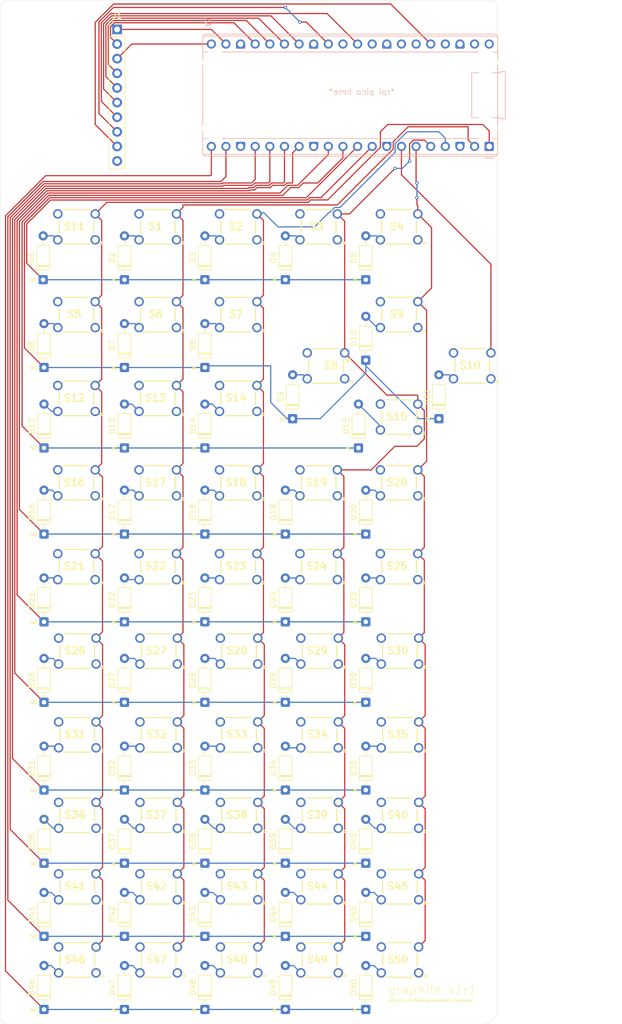
<source format=kicad_pcb>
(kicad_pcb (version 20241229) (generator "pcbnew") (generator_version "9.0")
  (layers (0 "F.Cu" signal) (2 "B.Cu" signal) (13 "F.Paste" user) (15 "B.Paste" user) (5 "F.SilkS" user "F.Silkscreen") (7 "B.SilkS" user "B.Silkscreen") (1 "F.Mask" user) (3 "B.Mask" user) (25 "Edge.Cuts" user))
  (net 0 "")
  (net 1 "SCK")
  (net 2 "ROW0")
  (net 3 "GND")
  (net 6 "+3V3")
  (net 7 "ROW3")
  (net 8 "RST")
  (net 10 "BL")
  (net 11 "ROW7")
  (net 12 "ROW5")
  (net 13 "COL3")
  (net 14 "COL0")
  (net 15 "SDCS")
  (net 16 "MOSI")
  (net 17 "ROW9")
  (net 18 "COL2")
  (net 19 "COL4")
  (net 21 "ROW6")
  (net 22 "ROW4")
  (net 23 "COL1")
  (net 24 "ROW1")
  (net 25 "ROW8")
  (net 26 "MISO")
  (net 27 "D{slash}C")
  (net 28 "ROW2")
  (net 31 "CS")
  (net 32 "COL5")
  (net 33 "+5V")
  (net 34 "Net-(D1-A)")
  (net 35 "Net-(D2-A)")
  (net 36 "Net-(D3-A)")
  (net 37 "Net-(D4-A)")
  (net 38 "Net-(D5-A)")
  (net 39 "Net-(D6-A)")
  (net 40 "Net-(D7-A)")
  (net 41 "Net-(D8-A)")
  (net 42 "Net-(D9-A)")
  (net 43 "Net-(D10-A)")
  (net 44 "Net-(D11-A)")
  (net 45 "Net-(D12-A)")
  (net 46 "Net-(D13-A)")
  (net 47 "Net-(D14-A)")
  (net 48 "Net-(D15-A)")
  (net 49 "Net-(D16-A)")
  (net 50 "Net-(D17-A)")
  (net 51 "Net-(D18-A)")
  (net 52 "Net-(D19-A)")
  (net 53 "Net-(D20-A)")
  (net 54 "Net-(D21-A)")
  (net 55 "Net-(D22-A)")
  (net 56 "Net-(D23-A)")
  (net 57 "Net-(D24-A)")
  (net 58 "Net-(D25-A)")
  (net 59 "Net-(D26-A)")
  (net 60 "Net-(D27-A)")
  (net 61 "Net-(D28-A)")
  (net 62 "Net-(D29-A)")
  (net 63 "Net-(D30-A)")
  (net 64 "Net-(D31-A)")
  (net 65 "Net-(D32-A)")
  (net 66 "Net-(D33-A)")
  (net 67 "Net-(D34-A)")
  (net 68 "Net-(D35-A)")
  (net 69 "Net-(D36-A)")
  (net 70 "Net-(D37-A)")
  (net 71 "Net-(D38-A)")
  (net 72 "Net-(D39-A)")
  (net 73 "Net-(D40-A)")
  (net 74 "Net-(D41-A)")
  (net 75 "Net-(D42-A)")
  (net 76 "Net-(D43-A)")
  (net 77 "Net-(D44-A)")
  (net 78 "Net-(D45-A)")
  (net 79 "Net-(D46-A)")
  (net 80 "Net-(D47-A)")
  (net 81 "Net-(D48-A)")
  (net 82 "Net-(D49-A)")
  (net 83 "Net-(D50-A)")
  (footprint "B3F_1000:B3F1002" (layer "F.Cu") (at 84.53 184.44)
    (property "Reference" "S46")
    (property "Value" "B3F-1000" (hide yes))
  )
  (footprint "Diode_THT:D_DO-35_SOD27_P7.62mm_Horizontal" (layer "F.Cu") (at 106.68 180.34 90)
    (property "Reference" "D43")
    (property "Value" "1N4148")
  )
  (footprint "B3F_1000:B3F1002" (layer "F.Cu") (at 98.65 130.81)
    (property "Reference" "S27")
    (property "Value" "B3F-1000" (hide yes))
  )
  (footprint "B3F_1000:B3F1002" (layer "F.Cu") (at 98.5 86.94)
    (property "Reference" "S13")
    (property "Value" "B3F-1000" (hide yes))
  )
  (footprint "Diode_THT:D_DO-35_SOD27_P7.62mm_Horizontal" (layer "F.Cu") (at 92.71 95.54 90)
    (property "Reference" "D13")
    (property "Value" "1N4148")
  )
  (footprint "Diode_THT:D_DO-35_SOD27_P7.62mm_Horizontal" (layer "F.Cu") (at 78.74 154.94 90)
    (property "Reference" "D31")
    (property "Value" "1N4148")
  )
  (footprint "B3F_1000:B3F1002" (layer "F.Cu") (at 84.53 159.33)
    (property "Reference" "S36")
    (property "Value" "B3F-1000" (hide yes))
  )
  (footprint "B3F_1000:B3F1002" (layer "F.Cu") (at 126.44 57.15)
    (property "Reference" "S3")
    (property "Value" "B3F-1000" (hide yes))
  )
  (footprint "B3F_1000:B3F1002" (layer "F.Cu") (at 98.65 171.74)
    (property "Reference" "S42")
    (property "Value" "B3F-1000" (hide yes))
  )
  (footprint "Diode_THT:D_DO-35_SOD27_P7.62mm_Horizontal" (layer "F.Cu") (at 120.65 66.33 90)
    (property "Reference" "D4")
    (property "Value" "1N4148")
  )
  (footprint "Diode_THT:D_DO-35_SOD27_P7.62mm_Horizontal" (layer "F.Cu") (at 120.65 110.49 90)
    (property "Reference" "D19")
    (property "Value" "1N4148")
  )
  (footprint "Diode_THT:D_DO-35_SOD27_P7.62mm_Horizontal" (layer "F.Cu") (at 78.74 95.54 90)
    (property "Reference" "D12")
    (property "Value" "1N4148")
  )
  (footprint "B3F_1000:B3F1002" (layer "F.Cu") (at 84.53 130.81)
    (property "Reference" "S26")
    (property "Value" "B3F-1000" (hide yes))
  )
  (footprint "B3F_1000:B3F1002" (layer "F.Cu") (at 127.71 81.28)
    (property "Reference" "S8")
    (property "Value" "B3F-1000" (hide yes))
  )
  (footprint "B3F_1000:B3F1002" (layer "F.Cu") (at 126.44 116.15)
    (property "Reference" "S24")
    (property "Value" "B3F-1000" (hide yes))
  )
  (footprint "B3F_1000:B3F1002" (layer "F.Cu") (at 112.47 116.15)
    (property "Reference" "S23")
    (property "Value" "B3F-1000" (hide yes))
  )
  (footprint "B3F_1000:B3F1002" (layer "F.Cu") (at 140.56 145.36)
    (property "Reference" "S35")
    (property "Value" "B3F-1000" (hide yes))
  )
  (footprint "B3F_1000:B3F1002" (layer "F.Cu") (at 98.65 145.36)
    (property "Reference" "S32")
    (property "Value" "B3F-1000" (hide yes))
  )
  (footprint "B3F_1000:B3F1002" (layer "F.Cu") (at 140.56 159.33)
    (property "Reference" "S40")
    (property "Value" "B3F-1000" (hide yes))
  )
  (footprint "B3F_1000:B3F1002" (layer "F.Cu") (at 98.5 72.39)
    (property "Reference" "S6")
    (property "Value" "B3F-1000" (hide yes))
  )
  (footprint "B3F_1000:B3F1002" (layer "F.Cu") (at 98.65 159.33)
    (property "Reference" "S37")
    (property "Value" "B3F-1000" (hide yes))
  )
  (footprint "B3F_1000:B3F1002" (layer "F.Cu") (at 126.44 101.6)
    (property "Reference" "S19")
    (property "Value" "B3F-1000" (hide yes))
  )
  (footprint "Diode_THT:D_DO-35_SOD27_P7.62mm_Horizontal" (layer "F.Cu") (at 106.68 125.73 90)
    (property "Reference" "D23")
    (property "Value" "1N4148")
  )
  (footprint "Diode_THT:D_DO-35_SOD27_P7.62mm_Horizontal" (layer "F.Cu") (at 92.71 154.94 90)
    (property "Reference" "D32")
    (property "Value" "1N4148")
  )
  (footprint "Diode_THT:D_DO-35_SOD27_P7.62mm_Horizontal" (layer "F.Cu") (at 134.62 66.33 90)
    (property "Reference" "D5")
    (property "Value" "1N4148")
  )
  (footprint "Diode_THT:D_DO-35_SOD27_P7.62mm_Horizontal" (layer "F.Cu") (at 121.92 90.46 90)
    (property "Reference" "D9")
    (property "Value" "1N4148")
  )
  (footprint "B3F_1000:B3F1002" (layer "F.Cu") (at 126.59 130.81)
    (property "Reference" "S29")
    (property "Value" "B3F-1000" (hide yes))
  )
  (footprint "B3F_1000:B3F1002" (layer "F.Cu") (at 140.41 72.39)
    (property "Reference" "S9")
    (property "Value" "B3F-1000" (hide yes))
  )
  (footprint "Diode_THT:D_DO-35_SOD27_P7.62mm_Horizontal" (layer "F.Cu") (at 120.65 180.34 90)
    (property "Reference" "D44")
    (property "Value" "1N4148")
  )
  (footprint "Diode_THT:D_DO-35_SOD27_P7.62mm_Horizontal" (layer "F.Cu") (at 92.71 66.33 90)
    (property "Reference" "D2")
    (property "Value" "1N4148")
  )
  (footprint "Diode_THT:D_DO-35_SOD27_P7.62mm_Horizontal" (layer "F.Cu") (at 92.71 139.7 90)
    (property "Reference" "D27")
    (property "Value" "1N4148")
  )
  (footprint "Diode_THT:D_DO-35_SOD27_P7.62mm_Horizontal" (layer "F.Cu") (at 134.62 193.04 90)
    (property "Reference" "D50")
    (property "Value" "1N4148")
  )
  (footprint "Diode_THT:D_DO-35_SOD27_P7.62mm_Horizontal" (layer "F.Cu") (at 92.71 125.73 90)
    (property "Reference" "D22")
    (property "Value" "1N4148")
  )
  (footprint "Diode_THT:D_DO-35_SOD27_P7.62mm_Horizontal" (layer "F.Cu") (at 134.62 80.3 90)
    (property "Reference" "D10")
    (property "Value" "1N4148")
  )
  (footprint "B3F_1000:B3F1002" (layer "F.Cu") (at 126.59 184.44)
    (property "Reference" "S49")
    (property "Value" "B3F-1000" (hide yes))
  )
  (footprint "B3F_1000:B3F1002" (layer "F.Cu") (at 84.38 116.15)
    (property "Reference" "S21")
    (property "Value" "B3F-1000" (hide yes))
  )
  (footprint "Diode_THT:D_DO-35_SOD27_P7.62mm_Horizontal" (layer "F.Cu") (at 92.71 193.04 90)
    (property "Reference" "D47")
    (property "Value" "1N4148")
  )
  (footprint "B3F_1000:B3F1002" (layer "F.Cu") (at 112.62 159.33)
    (property "Reference" "S38")
    (property "Value" "B3F-1000" (hide yes))
  )
  (footprint "B3F_1000:B3F1002" (layer "F.Cu") (at 126.59 145.36)
    (property "Reference" "S34")
    (property "Value" "B3F-1000" (hide yes))
  )
  (footprint "B3F_1000:B3F1002" (layer "F.Cu") (at 126.59 159.33)
    (property "Reference" "S39")
    (property "Value" "B3F-1000" (hide yes))
  )
  (footprint "B3F_1000:B3F1002" (layer "F.Cu") (at 84.38 86.94)
    (property "Reference" "S12")
    (property "Value" "B3F-1000" (hide yes))
  )
  (footprint "B3F_1000:B3F1002" (layer "F.Cu") (at 140.56 130.81)
    (property "Reference" "S30")
    (property "Value" "B3F-1000" (hide yes))
  )
  (footprint "Diode_THT:D_DO-35_SOD27_P7.62mm_Horizontal" (layer "F.Cu") (at 106.68 66.33 90)
    (property "Reference" "D3")
    (property "Value" "1N4148")
  )
  (footprint "B3F_1000:B3F1002" (layer "F.Cu") (at 98.5 101.6)
    (property "Reference" "S17")
    (property "Value" "B3F-1000" (hide yes))
  )
  (footprint "Diode_THT:D_DO-35_SOD27_P7.62mm_Horizontal" (layer "F.Cu") (at 120.65 139.7 90)
    (property "Reference" "D29")
    (property "Value" "1N4148")
  )
  (footprint "Diode_THT:D_DO-35_SOD27_P7.62mm_Horizontal" (layer "F.Cu") (at 78.74 193.04 90)
    (property "Reference" "D46")
    (property "Value" "1N4148")
  )
  (footprint "Diode_THT:D_DO-35_SOD27_P7.62mm_Horizontal" (layer "F.Cu") (at 92.71 81.57 90)
    (property "Reference" "D7")
    (property "Value" "1N4148")
  )
  (footprint "Connector_PinHeader_2.54mm:PinHeader_1x10_P2.54mm_Vertical" (layer "F.Cu") (at 91.44 22.86)
    (property "Reference" "J1")
    (property "Value" "Adafruit TFT")
  )
  (footprint "Diode_THT:D_DO-35_SOD27_P7.62mm_Horizontal" (layer "F.Cu") (at 78.74 180.34 90)
    (property "Reference" "D41")
    (property "Value" "1N4148")
  )
  (footprint "Diode_THT:D_DO-35_SOD27_P7.62mm_Horizontal" (layer "F.Cu") (at 106.68 193.04 90)
    (property "Reference" "D48")
    (property "Value" "1N4148")
  )
  (footprint "Diode_THT:D_DO-35_SOD27_P7.62mm_Horizontal" (layer "F.Cu") (at 106.68 139.7 90)
    (property "Reference" "D28")
    (property "Value" "1N4148")
  )
  (footprint "Diode_THT:D_DO-35_SOD27_P7.62mm_Horizontal" (layer "F.Cu") (at 92.71 180.34 90)
    (property "Reference" "D42")
    (property "Value" "1N4148")
  )
  (footprint "Diode_THT:D_DO-35_SOD27_P7.62mm_Horizontal" (layer "F.Cu") (at 133.35 95.54 90)
    (property "Reference" "D15")
    (property "Value" "1N4148")
  )
  (footprint "B3F_1000:B3F1002" (layer "F.Cu") (at 140.41 90.17)
    (property "Reference" "S15")
    (property "Value" "B3F-1000" (hide yes))
  )
  (footprint "B3F_1000:B3F1002" (layer "F.Cu") (at 112.62 171.74)
    (property "Reference" "S43")
    (property "Value" "B3F-1000" (hide yes))
  )
  (footprint "Diode_THT:D_DO-35_SOD27_P7.62mm_Horizontal" (layer "F.Cu") (at 92.71 167.64 90)
    (property "Reference" "D37")
    (property "Value" "1N4148")
  )
  (footprint "Diode_THT:D_DO-35_SOD27_P7.62mm_Horizontal" (layer "F.Cu") (at 134.62 110.49 90)
    (property "Reference" "D20")
    (property "Value" "1N4148")
  )
  (footprint "Diode_THT:D_DO-35_SOD27_P7.62mm_Horizontal" (layer "F.Cu") (at 78.74 167.64 90)
    (property "Reference" "D36")
    (property "Value" "1N4148")
  )
  (footprint "Diode_THT:D_DO-35_SOD27_P7.62mm_Horizontal" (layer "F.Cu") (at 78.74 139.7 90)
    (property "Reference" "D26")
    (property "Value" "1N4148")
  )
  (footprint "Diode_THT:D_DO-35_SOD27_P7.62mm_Horizontal" (layer "F.Cu") (at 134.62 125.73 90)
    (property "Reference" "D25")
    (property "Value" "1N4148")
  )
  (footprint "B3F_1000:B3F1002" (layer "F.Cu") (at 140.41 116.15)
    (property "Reference" "S25")
    (property "Value" "B3F-1000" (hide yes))
  )
  (footprint "Diode_THT:D_DO-35_SOD27_P7.62mm_Horizontal" (layer "F.Cu") (at 106.68 154.94 90)
    (property "Reference" "D33")
    (property "Value" "1N4148")
  )
  (footprint "B3F_1000:B3F1002" (layer "F.Cu") (at 140.41 101.6)
    (property "Reference" "S20")
    (property "Value" "B3F-1000" (hide yes))
  )
  (footprint "B3F_1000:B3F1002" (layer "F.Cu") (at 112.62 184.44)
    (property "Reference" "S48")
    (property "Value" "B3F-1000" (hide yes))
  )
  (footprint "B3F_1000:B3F1002" (layer "F.Cu") (at 140.56 171.74)
    (property "Reference" "S45")
    (property "Value" "B3F-1000" (hide yes))
  )
  (footprint "Diode_THT:D_DO-35_SOD27_P7.62mm_Horizontal" (layer "F.Cu") (at 147.32 90.46 90)
    (property "Reference" "D11")
    (property "Value" "1N4148")
  )
  (footprint "Diode_THT:D_DO-35_SOD27_P7.62mm_Horizontal" (layer "F.Cu") (at 106.68 110.49 90)
    (property "Reference" "D18")
    (property "Value" "1N4148")
  )
  (footprint "B3F_1000:B3F1002" (layer "F.Cu") (at 112.47 86.94)
    (property "Reference" "S14")
    (property "Value" "B3F-1000" (hide yes))
  )
  (footprint "Diode_THT:D_DO-35_SOD27_P7.62mm_Horizontal" (layer "F.Cu") (at 134.62 139.7 90)
    (property "Reference" "D30")
    (property "Value" "1N4148")
  )
  (footprint "B3F_1000:B3F1002" (layer "F.Cu") (at 112.47 72.39)
    (property "Reference" "S7")
    (property "Value" "B3F-1000" (hide yes))
  )
  (footprint "Diode_THT:D_DO-35_SOD27_P7.62mm_Horizontal" (layer "F.Cu") (at 120.65 154.94 90)
    (property "Reference" "D34")
    (property "Value" "1N4148")
  )
  (footprint "B3F_1000:B3F1002" (layer "F.Cu") (at 112.47 101.6)
    (property "Reference" "S18")
    (property "Value" "B3F-1000" (hide yes))
  )
  (footprint "Diode_THT:D_DO-35_SOD27_P7.62mm_Horizontal" (layer "F.Cu") (at 78.74 81.57 90)
    (property "Reference" "D6")
    (property "Value" "1N4148")
  )
  (footprint "Diode_THT:D_DO-35_SOD27_P7.62mm_Horizontal" (layer "F.Cu") (at 120.65 167.64 90)
    (property "Reference" "D39")
    (property "Value" "1N4148")
  )
  (footprint "Diode_THT:D_DO-35_SOD27_P7.62mm_Horizontal" (layer "F.Cu") (at 134.62 167.64 90)
    (property "Reference" "D40")
    (property "Value" "1N4148")
  )
  (footprint "B3F_1000:B3F1002" (layer "F.Cu") (at 140.41 57.15)
    (property "Reference" "S4")
    (property "Value" "B3F-1000" (hide yes))
  )
  (footprint "B3F_1000:B3F1002" (layer "F.Cu") (at 84.38 72.39)
    (property "Reference" "S5")
    (property "Value" "B3F-1000" (hide yes))
  )
  (footprint "B3F_1000:B3F1002" (layer "F.Cu") (at 112.47 57.15)
    (property "Reference" "S2")
    (property "Value" "B3F-1000" (hide yes))
  )
  (footprint "Diode_THT:D_DO-35_SOD27_P7.62mm_Horizontal" (layer "F.Cu") (at 106.68 81.57 90)
    (property "Reference" "D8")
    (property "Value" "1N4148")
  )
  (footprint "Diode_THT:D_DO-35_SOD27_P7.62mm_Horizontal" (layer "F.Cu") (at 78.74 110.49 90)
    (property "Reference" "D16")
    (property "Value" "1N4148")
  )
  (footprint "B3F_1000:B3F1002" (layer "F.Cu") (at 98.5 57.15)
    (property "Reference" "S1")
    (property "Value" "B3F-1000" (hide yes))
  )
  (footprint "B3F_1000:B3F1002" (layer "F.Cu") (at 84.53 145.36)
    (property "Reference" "S31")
    (property "Value" "B3F-1000" (hide yes))
  )
  (footprint "Diode_THT:D_DO-35_SOD27_P7.62mm_Horizontal" (layer "F.Cu") (at 78.74 125.73 90)
    (property "Reference" "D21")
    (property "Value" "1N4148")
  )
  (footprint "B3F_1000:B3F1002" (layer "F.Cu") (at 112.62 145.36)
    (property "Reference" "S33")
    (property "Value" "B3F-1000" (hide yes))
  )
  (footprint "Diode_THT:D_DO-35_SOD27_P7.62mm_Horizontal" (layer "F.Cu") (at 106.68 167.64 90)
    (property "Reference" "D38")
    (property "Value" "1N4148")
  )
  (footprint "Diode_THT:D_DO-35_SOD27_P7.62mm_Horizontal" (layer "F.Cu") (at 120.65 125.73 90)
    (property "Reference" "D24")
    (property "Value" "1N4148")
  )
  (footprint "B3F_1000:B3F1002" (layer "F.Cu") (at 98.65 184.44)
    (property "Reference" "S47")
    (property "Value" "B3F-1000" (hide yes))
  )
  (footprint "B3F_1000:B3F1002" (layer "F.Cu") (at 98.5 116.15)
    (property "Reference" "S22")
    (property "Value" "B3F-1000" (hide yes))
  )
  (footprint "Diode_THT:D_DO-35_SOD27_P7.62mm_Horizontal" (layer "F.Cu") (at 106.68 95.54 90)
    (property "Reference" "D14")
    (property "Value" "1N4148")
  )
  (footprint "Diode_THT:D_DO-35_SOD27_P7.62mm_Horizontal" (layer "F.Cu") (at 120.65 193.04 90)
    (property "Reference" "D49")
    (property "Value" "1N4148")
  )
  (footprint "B3F_1000:B3F1002" (layer "F.Cu") (at 140.56 184.44)
    (property "Reference" "S50")
    (property "Value" "B3F-1000" (hide yes))
  )
  (footprint "Diode_THT:D_DO-35_SOD27_P7.62mm_Horizontal" (layer "F.Cu") (at 78.59 66.33 90)
    (property "Reference" "D1")
    (property "Value" "1N4148")
  )
  (footprint "B3F_1000:B3F1002" (layer "F.Cu") (at 126.59 171.74)
    (property "Reference" "S44")
    (property "Value" "B3F-1000" (hide yes))
  )
  (footprint "B3F_1000:B3F1002" (layer "F.Cu") (at 84.38 101.6)
    (property "Reference" "S16")
    (property "Value" "B3F-1000" (hide yes))
  )
  (footprint "B3F_1000:B3F1002" (layer "F.Cu") (at 84.38 57.15)
    (property "Reference" "S11")
    (property "Value" "B3F-1000" (hide yes))
  )
  (footprint "Diode_THT:D_DO-35_SOD27_P7.62mm_Horizontal" (layer "F.Cu") (at 134.62 154.94 90)
    (property "Reference" "D35")
    (property "Value" "1N4148")
  )
  (footprint "B3F_1000:B3F1002" (layer "F.Cu") (at 153.11 81.28)
    (property "Reference" "S10")
    (property "Value" "B3F-1000" (hide yes))
  )
  (footprint "Diode_THT:D_DO-35_SOD27_P7.62mm_Horizontal" (layer "F.Cu") (at 92.71 110.49 90)
    (property "Reference" "D17")
    (property "Value" "1N4148")
  )
  (footprint "B3F_1000:B3F1002" (layer "F.Cu") (at 112.62 130.81)
    (property "Reference" "S28")
    (property "Value" "B3F-1000" (hide yes))
  )
  (footprint "B3F_1000:B3F1002" (layer "F.Cu") (at 84.53 171.74)
    (property "Reference" "S41")
    (property "Value" "B3F-1000" (hide yes))
  )
  (footprint "Diode_THT:D_DO-35_SOD27_P7.62mm_Horizontal" (layer "F.Cu") (at 134.62 180.34 90)
    (property "Reference" "D45")
    (property "Value" "1N4148")
  )
  (footprint "Module:RaspberryPi_Pico_Common_THT" (layer "B.Cu") (at 156.0575 43.18 90)
    (property "Reference" "A1")
    (property "Value" "RaspberryPi_Pico")
  )
  (gr_arc (start 72.39 195.58) (mid 71.491974 195.208026) (end 71.12 194.31) (stroke (width 0.05)) (layer "Edge.Cuts"))
  (gr_line (start 71.12 194.31) (end 71.12 19.05) (stroke (width 0.05)) (layer "Edge.Cuts"))
  (gr_line (start 72.39 17.78) (end 156.21 17.78) (stroke (width 0.05)) (layer "Edge.Cuts"))
  (gr_arc (start 71.12 19.05) (mid 71.491974 18.151974) (end 72.39 17.78) (stroke (width 0.05)) (layer "Edge.Cuts"))
  (gr_line (start 157.48 19.05) (end 157.48 193.04) (stroke (width 0.05)) (layer "Edge.Cuts"))
  (gr_line (start 154.94 195.58) (end 72.39 195.58) (stroke (width 0.05)) (layer "Edge.Cuts"))
  (gr_arc (start 157.48 193.04) (mid 156.736051 194.836051) (end 154.94 195.58) (stroke (width 0.05)) (layer "Edge.Cuts"))
  (gr_arc (start 156.21 17.78) (mid 157.108026 18.151974) (end 157.48 19.05) (stroke (width 0.05)) (layer "Edge.Cuts"))
  (gr_text "graphite v1r1" (at 138.43 190.5 0) (layer "F.SilkS") (effects (font (size 1.5 1.5) (thickness 0.1) (italic yes)) (justify left bottom)))
  (gr_text "github.com/thelegendofmario/graphite" (at 138.43 191.77 0) (layer "F.SilkS") (effects (font (size 0.5 0.5) (thickness 0.1)) (justify left bottom)))
  (gr_text "*rpi pico here*" (at 139.7 34.29 0) (layer "B.SilkS") (effects (font (size 1 1) (thickness 0.1)) (justify left bottom mirror)))
  (segment (start 90.289 22.38324) (end 90.96324 21.709) (width 0.2) (layer "F.Cu") (net 1))
  (segment (start 111.7265 21.709) (end 115.4175 25.4) (width 0.2) (layer "F.Cu") (net 1))
  (segment (start 90.289 24.249) (end 90.289 22.38324) (width 0.2) (layer "F.Cu") (net 1))
  (segment (start 91.44 25.4) (end 90.289 24.249) (width 0.2) (layer "F.Cu") (net 1))
  (segment (start 90.96324 21.709) (end 111.7265 21.709) (width 0.2) (layer "F.Cu") (net 1))
  (segment (start 75.732 63.472) (end 75.732 56.6435) (width 0.2) (layer "F.Cu") (net 2))
  (segment (start 124.8746 52.07) (end 126.8475 52.07) (width 0.2) (layer "F.Cu") (net 2))
  (segment (start 79.89236 52.48314) (end 124.46146 52.48314) (width 0.2) (layer "F.Cu") (net 2))
  (segment (start 126.8475 52.07) (end 135.7375 43.18) (width 0.2) (layer "F.Cu") (net 2))
  (segment (start 78.59 66.33) (end 75.732 63.472) (width 0.2) (layer "F.Cu") (net 2))
  (segment (start 124.46146 52.48314) (end 124.8746 52.07) (width 0.2) (layer "F.Cu") (net 2))
  (segment (start 75.732 56.6435) (end 79.89236 52.48314) (width 0.2) (layer "F.Cu") (net 2))
  (segment (start 78.59 66.33) (end 92.71 66.33) (width 0.2) (layer "B.Cu") (net 2))
  (segment (start 92.71 66.33) (end 106.68 66.33) (width 0.2) (layer "B.Cu") (net 2))
  (segment (start 120.65 66.33) (end 134.62 66.33) (width 0.2) (layer "B.Cu") (net 2))
  (segment (start 106.68 66.33) (end 120.65 66.33) (width 0.2) (layer "B.Cu") (net 2))
  (segment (start 87.63 39.37) (end 87.63 21.63964) (width 0.2) (layer "F.Cu") (net 6))
  (segment (start 138.9465 18.449) (end 145.8975 25.4) (width 0.2) (layer "F.Cu") (net 6))
  (segment (start 90.82064 18.449) (end 138.9465 18.449) (width 0.2) (layer "F.Cu") (net 6))
  (segment (start 87.63 21.63964) (end 90.82064 18.449) (width 0.2) (layer "F.Cu") (net 6))
  (segment (start 91.44 43.18) (end 87.63 39.37) (width 0.2) (layer "F.Cu") (net 6))
  (segment (start 128.1175 44.6025) (end 128.1175 43.18) (width 0.2) (layer "F.Cu") (net 7))
  (segment (start 78.74 110.49) (end 74.462 106.212) (width 0.2) (layer "F.Cu") (net 7))
  (segment (start 122.789 49.931) (end 123.19 49.53) (width 0.2) (layer "F.Cu") (net 7))
  (segment (start 74.462 56.2122) (end 79.39406 51.28014) (width 0.2) (layer "F.Cu") (net 7))
  (segment (start 119.72906 51.28014) (end 121.0782 49.931) (width 0.2) (layer "F.Cu") (net 7))
  (segment (start 123.19 49.53) (end 128.1175 44.6025) (width 0.2) (layer "F.Cu") (net 7))
  (segment (start 79.39406 51.28014) (end 119.72906 51.28014) (width 0.2) (layer "F.Cu") (net 7))
  (segment (start 121.0782 49.931) (end 122.789 49.931) (width 0.2) (layer "F.Cu") (net 7))
  (segment (start 74.462 106.212) (end 74.462 56.2122) (width 0.2) (layer "F.Cu") (net 7))
  (segment (start 106.68 110.49) (end 120.65 110.49) (width 0.2) (layer "B.Cu") (net 7))
  (segment (start 78.74 110.49) (end 92.71 110.49) (width 0.2) (layer "B.Cu") (net 7))
  (segment (start 92.71 110.49) (end 106.68 110.49) (width 0.2) (layer "B.Cu") (net 7))
  (segment (start 120.65 110.49) (end 134.62 110.49) (width 0.2) (layer "B.Cu") (net 7))
  (segment (start 88.685 35.345) (end 88.685 21.71884) (width 0.2) (layer "F.Cu") (net 8))
  (segment (start 90.29884 20.105) (end 127.9025 20.105) (width 0.2) (layer "F.Cu") (net 8))
  (segment (start 127.9025 20.105) (end 133.1975 25.4) (width 0.2) (layer "F.Cu") (net 8))
  (segment (start 88.685 21.71884) (end 90.29884 20.105) (width 0.2) (layer "F.Cu") (net 8))
  (segment (start 91.44 38.1) (end 88.685 35.345) (width 0.2) (layer "F.Cu") (net 8))
  (segment (start 91.44 22.86) (end 107.7975 22.86) (width 0.2) (layer "F.Cu") (net 10))
  (segment (start 107.7975 22.86) (end 110.3375 25.4) (width 0.2) (layer "F.Cu") (net 10))
  (segment (start 115.4175 48.8805) (end 115.4175 43.18) (width 0.2) (layer "F.Cu") (net 11))
  (segment (start 114.768 49.53) (end 115.4175 48.8805) (width 0.2) (layer "F.Cu") (net 11))
  (segment (start 78.72966 49.67614) (end 109.64096 49.67614) (width 0.2) (layer "F.Cu") (net 11))
  (segment (start 109.7871 49.53) (end 114.768 49.53) (width 0.2) (layer "F.Cu") (net 11))
  (segment (start 78.74 167.64) (end 72.858 161.758) (width 0.2) (layer "F.Cu") (net 11))
  (segment (start 72.858 161.758) (end 72.858 55.5478) (width 0.2) (layer "F.Cu") (net 11))
  (segment (start 72.858 55.5478) (end 78.72966 49.67614) (width 0.2) (layer "F.Cu") (net 11))
  (segment (start 109.64096 49.67614) (end 109.7871 49.53) (width 0.2) (layer "F.Cu") (net 11))
  (segment (start 134.62 167.64) (end 120.65 167.64) (width 0.2) (layer "B.Cu") (net 11))
  (segment (start 92.71 167.64) (end 78.74 167.64) (width 0.2) (layer "B.Cu") (net 11))
  (segment (start 120.65 167.64) (end 106.68 167.64) (width 0.2) (layer "B.Cu") (net 11))
  (segment (start 106.68 167.64) (end 92.71 167.64) (width 0.2) (layer "B.Cu") (net 11))
  (segment (start 73.66 55.88) (end 73.66 134.62) (width 0.2) (layer "F.Cu") (net 12))
  (segment (start 79.06186 50.47814) (end 73.66 55.88) (width 0.2) (layer "F.Cu") (net 12))
  (segment (start 120.4975 49.3775) (end 120.345 49.53) (width 0.2) (layer "F.Cu") (net 12))
  (segment (start 73.66 134.62) (end 78.74 139.7) (width 0.2) (layer "F.Cu") (net 12))
  (segment (start 120.345 49.53) (end 118.2761 49.53) (width 0.2) (layer "F.Cu") (net 12))
  (segment (start 114.15386 50.47814) (end 79.06186 50.47814) (width 0.2) (layer "F.Cu") (net 12))
  (segment (start 120.4975 43.18) (end 120.4975 49.3775) (width 0.2) (layer "F.Cu") (net 12))
  (segment (start 115.57 49.931) (end 115.169 50.332) (width 0.2) (layer "F.Cu") (net 12))
  (segment (start 114.3 50.332) (end 114.15386 50.47814) (width 0.2) (layer "F.Cu") (net 12))
  (segment (start 118.2761 49.53) (end 117.8751 49.931) (width 0.2) (layer "F.Cu") (net 12))
  (segment (start 115.169 50.332) (end 114.3 50.332) (width 0.2) (layer "F.Cu") (net 12))
  (segment (start 117.8751 49.931) (end 115.57 49.931) (width 0.2) (layer "F.Cu") (net 12))
  (segment (start 134.62 139.7) (end 120.65 139.7) (width 0.2) (layer "B.Cu") (net 12))
  (segment (start 92.71 139.7) (end 78.74 139.7) (width 0.2) (layer "B.Cu") (net 12))
  (segment (start 120.65 139.7) (end 106.68 139.7) (width 0.2) (layer "B.Cu") (net 12))
  (segment (start 106.68 139.7) (end 92.71 139.7) (width 0.2) (layer "B.Cu") (net 12))
  (segment (start 130.96 56.17) (end 130.96 79.03) (width 0.2) (layer "F.Cu") (net 13))
  (segment (start 130.816 100.476) (end 130.816 112.774) (width 0.2) (layer "F.Cu") (net 13))
  (segment (start 129.84 128.56) (end 130.966 129.686) (width 0.2) (layer "F.Cu") (net 13))
  (segment (start 144.786 90.176) (end 144.786 93.974) (width 0.2) (layer "F.Cu") (net 13))
  (segment (start 139.7 46.99) (end 131.79 54.9) (width 0.2) (layer "F.Cu") (net 13))
  (segment (start 144.78 90.17) (end 144.786 90.176) (width 0.2) (layer "F.Cu") (net 13))
  (segment (start 129.84 157.08) (end 130.966 158.206) (width 0.2) (layer "F.Cu") (net 13))
  (segment (start 138.29 86.36) (end 143.51 86.36) (width 0.2) (layer "F.Cu") (net 13))
  (segment (start 129.84 169.49) (end 130.966 170.616) (width 0.2) (layer "F.Cu") (net 13))
  (segment (start 144.786 93.974) (end 143.51 95.25) (width 0.2) (layer "F.Cu") (net 13))
  (segment (start 143.51 86.36) (end 143.66 86.51) (width 0.2) (layer "F.Cu") (net 13))
  (segment (start 130.966 158.206) (end 130.966 168.364) (width 0.2) (layer "F.Cu") (net 13))
  (segment (start 139.667595 95.25) (end 135.567595 99.35) (width 0.2) (layer "F.Cu") (net 13))
  (segment (start 130.966 181.064) (end 129.84 182.19) (width 0.2) (layer "F.Cu") (net 13))
  (segment (start 129.69 113.9) (end 130.816 115.026) (width 0.2) (layer "F.Cu") (net 13))
  (segment (start 130.966 168.364) (end 129.84 169.49) (width 0.2) (layer "F.Cu") (net 13))
  (segment (start 143.51 95.25) (end 139.667595 95.25) (width 0.2) (layer "F.Cu") (net 13))
  (segment (start 142.90145 42.079) (end 142.24 42.74045) (width 0.2) (layer "F.Cu") (net 13))
  (segment (start 130.966 144.236) (end 130.966 155.954) (width 0.2) (layer "F.Cu") (net 13))
  (segment (start 144.78 89.04) (end 144.78 90.17) (width 0.2) (layer "F.Cu") (net 13))
  (segment (start 130.966 129.686) (end 130.966 141.984) (width 0.2) (layer "F.Cu") (net 13))
  (segment (start 143.66 87.92) (end 144.78 89.04) (width 0.2) (layer "F.Cu") (net 13))
  (segment (start 129.69 54.9) (end 130.96 56.17) (width 0.2) (layer "F.Cu") (net 13))
  (segment (start 129.69 99.35) (end 130.816 100.476) (width 0.2) (layer "F.Cu") (net 13))
  (segment (start 130.966 170.616) (end 130.966 181.064) (width 0.2) (layer "F.Cu") (net 13))
  (segment (start 130.816 115.026) (end 130.816 127.584) (width 0.2) (layer "F.Cu") (net 13))
  (segment (start 144.7965 42.079) (end 142.90145 42.079) (width 0.2) (layer "F.Cu") (net 13))
  (segment (start 130.966 155.954) (end 129.84 157.08) (width 0.2) (layer "F.Cu") (net 13))
  (segment (start 130.96 79.03) (end 138.29 86.36) (width 0.2) (layer "F.Cu") (net 13))
  (segment (start 130.966 141.984) (end 129.84 143.11) (width 0.2) (layer "F.Cu") (net 13))
  (segment (start 145.8975 43.18) (end 144.7965 42.079) (width 0.2) (layer "F.Cu") (net 13))
  (segment (start 142.24 42.74045) (end 142.24 45.72) (width 0.2) (layer "F.Cu") (net 13))
  (segment (start 130.816 112.774) (end 129.69 113.9) (width 0.2) (layer "F.Cu") (net 13))
  (segment (start 143.66 86.51) (end 143.66 87.92) (width 0.2) (layer "F.Cu") (net 13))
  (segment (start 129.84 143.11) (end 130.966 144.236) (width 0.2) (layer "F.Cu") (net 13))
  (segment (start 131.79 54.9) (end 129.69 54.9) (width 0.2) (layer "F.Cu") (net 13))
  (segment (start 135.567595 99.35) (end 129.69 99.35) (width 0.2) (layer "F.Cu") (net 13))
  (segment (start 130.816 127.584) (end 129.84 128.56) (width 0.2) (layer "F.Cu") (net 13))
  (via (at 142.24 45.72) (size 0.6) (drill 0.3) (layers "F.Cu" "B.Cu") (net 13))
  (via (at 139.7 46.99) (size 0.6) (drill 0.3) (layers "F.Cu" "B.Cu") (net 13))
  (segment (start 142.24 45.72) (end 140.97 46.99) (width 0.2) (layer "B.Cu") (net 13))
  (segment (start 140.97 46.99) (end 139.7 46.99) (width 0.2) (layer "B.Cu") (net 13))
  (segment (start 88.906 155.954) (end 87.78 157.08) (width 0.2) (layer "F.Cu") (net 14))
  (segment (start 88.9 112.63) (end 87.63 113.9) (width 0.2) (layer "F.Cu") (net 14))
  (segment (start 87.78 143.11) (end 88.906 144.236) (width 0.2) (layer "F.Cu") (net 14))
  (segment (start 88.906 141.984) (end 87.78 143.11) (width 0.2) (layer "F.Cu") (net 14))
  (segment (start 87.63 70.14) (end 88.756 71.266) (width 0.2) (layer "F.Cu") (net 14))
  (segment (start 138.43 39.37) (end 154.94 39.37) (width 0.2) (layer "F.Cu") (net 14))
  (segment (start 88.9 100.62) (end 88.9 112.63) (width 0.2) (layer "F.Cu") (net 14))
  (segment (start 87.63 84.69) (end 88.756 85.816) (width 0.2) (layer "F.Cu") (net 14))
  (segment (start 88.9 127.44) (end 87.78 128.56) (width 0.2) (layer "F.Cu") (net 14))
  (segment (start 156.0575 40.4875) (end 156.0575 43.18) (width 0.2) (layer "F.Cu") (net 14))
  (segment (start 87.63 99.35) (end 88.9 100.62) (width 0.2) (layer "F.Cu") (net 14))
  (segment (start 89.64586 52.88414) (end 124.62756 52.88414) (width 0.2) (layer "F.Cu") (net 14))
  (segment (start 88.756 71.266) (end 88.756 83.564) (width 0.2) (layer "F.Cu") (net 14))
  (segment (start 87.78 157.08) (end 88.906 158.206) (width 0.2) (layer "F.Cu") (net 14))
  (segment (start 88.756 85.816) (end 88.756 98.224) (width 0.2) (layer "F.Cu") (net 14))
  (segment (start 124.62756 52.88414) (end 125.0407 52.471) (width 0.2) (layer "F.Cu") (net 14))
  (segment (start 137.16 40.64) (end 138.43 39.37) (width 0.2) (layer "F.Cu") (net 14))
  (segment (start 88.756 56.026) (end 88.756 69.014) (width 0.2) (layer "F.Cu") (net 14))
  (segment (start 88.906 181.064) (end 87.78 182.19) (width 0.2) (layer "F.Cu") (net 14))
  (segment (start 125.0407 52.471) (end 128.00355 52.471) (width 0.2) (layer "F.Cu") (net 14))
  (segment (start 87.63 113.9) (end 88.9 115.17) (width 0.2) (layer "F.Cu") (net 14))
  (segment (start 87.63 54.9) (end 89.64586 52.88414) (width 0.2) (layer "F.Cu") (net 14))
  (segment (start 88.906 129.686) (end 88.906 141.984) (width 0.2) (layer "F.Cu") (net 14))
  (segment (start 87.63 54.9) (end 88.756 56.026) (width 0.2) (layer "F.Cu") (net 14))
  (segment (start 88.906 158.206) (end 88.906 168.364) (width 0.2) (layer "F.Cu") (net 14))
  (segment (start 88.906 168.364) (end 87.78 169.49) (width 0.2) (layer "F.Cu") (net 14))
  (segment (start 88.906 170.616) (end 88.906 181.064) (width 0.2) (layer "F.Cu") (net 14))
  (segment (start 88.906 144.236) (end 88.906 155.954) (width 0.2) (layer "F.Cu") (net 14))
  (segment (start 88.756 98.224) (end 87.63 99.35) (width 0.2) (layer "F.Cu") (net 14))
  (segment (start 88.9 115.17) (end 88.9 127.44) (width 0.2) (layer "F.Cu") (net 14))
  (segment (start 87.78 169.49) (end 88.906 170.616) (width 0.2) (layer "F.Cu") (net 14))
  (segment (start 88.756 83.564) (end 87.63 84.69) (width 0.2) (layer "F.Cu") (net 14))
  (segment (start 87.78 128.56) (end 88.906 129.686) (width 0.2) (layer "F.Cu") (net 14))
  (segment (start 88.756 69.014) (end 87.63 70.14) (width 0.2) (layer "F.Cu") (net 14))
  (segment (start 137.16 43.31455) (end 137.16 40.64) (width 0.2) (layer "F.Cu") (net 14))
  (segment (start 154.94 39.37) (end 156.0575 40.4875) (width 0.2) (layer "F.Cu") (net 14))
  (segment (start 128.00355 52.471) (end 137.16 43.31455) (width 0.2) (layer "F.Cu") (net 14))
  (segment (start 90.46494 20.506) (end 118.1435 20.506) (width 0.2) (layer "F.Cu") (net 15))
  (segment (start 89.086 33.206) (end 89.086 21.88494) (width 0.2) (layer "F.Cu") (net 15))
  (segment (start 91.44 35.56) (end 89.086 33.206) (width 0.2) (layer "F.Cu") (net 15))
  (segment (start 89.086 21.88494) (end 90.46494 20.506) (width 0.2) (layer "F.Cu") (net 15))
  (segment (start 118.1435 20.506) (end 123.0375 25.4) (width 0.2) (layer "F.Cu") (net 15))
  (segment (start 89.888 22.21714) (end 90.79714 21.308) (width 0.2) (layer "F.Cu") (net 16))
  (segment (start 91.44 30.48) (end 89.888 28.928) (width 0.2) (layer "F.Cu") (net 16))
  (segment (start 89.888 28.928) (end 89.888 22.21714) (width 0.2) (layer "F.Cu") (net 16))
  (segment (start 113.8655 21.308) (end 117.9575 25.4) (width 0.2) (layer "F.Cu") (net 16))
  (segment (start 90.79714 21.308) (end 113.8655 21.308) (width 0.2) (layer "F.Cu") (net 16))
  (segment (start 78.74 193.04) (end 72.056 186.356) (width 0.2) (layer "F.Cu") (net 17))
  (segment (start 107.645 48.26) (end 79.0116 48.26) (width 0.2) (layer "F.Cu") (net 17))
  (segment (start 107.7975 48.1075) (end 107.645 48.26) (width 0.2) (layer "F.Cu") (net 17))
  (segment (start 107.7975 48.1075) (end 107.7975 43.18) (width 0.2) (layer "F.Cu") (net 17))
  (segment (start 72.056 186.356) (end 72.056 55.2156) (width 0.2) (layer "F.Cu") (net 17))
  (segment (start 72.056 55.2156) (end 79.0116 48.26) (width 0.2) (layer "F.Cu") (net 17))
  (segment (start 106.68 193.04) (end 92.71 193.04) (width 0.2) (layer "B.Cu") (net 17))
  (segment (start 92.71 193.04) (end 78.74 193.04) (width 0.2) (layer "B.Cu") (net 17))
  (segment (start 134.62 193.04) (end 120.65 193.04) (width 0.2) (layer "B.Cu") (net 17))
  (segment (start 120.65 193.04) (end 106.68 193.04) (width 0.2) (layer "B.Cu") (net 17))
  (segment (start 116.996 168.364) (end 116.996 158.206) (width 0.2) (layer "F.Cu") (net 18))
  (segment (start 116.846 69.014) (end 116.846 56.026) (width 0.2) (layer "F.Cu") (net 18))
  (segment (start 116.846 115.026) (end 115.72 113.9) (width 0.2) (layer "F.Cu") (net 18))
  (segment (start 115.72 113.9) (end 116.846 112.774) (width 0.2) (layer "F.Cu") (net 18))
  (segment (start 116.996 155.954) (end 116.996 144.236) (width 0.2) (layer "F.Cu") (net 18))
  (segment (start 116.846 56.026) (end 115.72 54.9) (width 0.2) (layer "F.Cu") (net 18))
  (segment (start 115.87 128.56) (end 116.846 127.584) (width 0.2) (layer "F.Cu") (net 18))
  (segment (start 116.846 100.476) (end 115.72 99.35) (width 0.2) (layer "F.Cu") (net 18))
  (segment (start 116.996 170.616) (end 115.87 169.49) (width 0.2) (layer "F.Cu") (net 18))
  (segment (start 116.996 141.984) (end 116.996 129.686) (width 0.2) (layer "F.Cu") (net 18))
  (segment (start 116.846 71.266) (end 115.72 70.14) (width 0.2) (layer "F.Cu") (net 18))
  (segment (start 116.846 98.224) (end 116.846 85.816) (width 0.2) (layer "F.Cu") (net 18))
  (segment (start 116.846 85.816) (end 115.72 84.69) (width 0.2) (layer "F.Cu") (net 18))
  (segment (start 115.87 157.08) (end 116.996 155.954) (width 0.2) (layer "F.Cu") (net 18))
  (segment (start 116.996 129.686) (end 115.87 128.56) (width 0.2) (layer "F.Cu") (net 18))
  (segment (start 116.996 181.064) (end 116.996 170.616) (width 0.2) (layer "F.Cu") (net 18))
  (segment (start 115.87 182.19) (end 116.996 181.064) (width 0.2) (layer "F.Cu") (net 18))
  (segment (start 116.846 112.774) (end 116.846 100.476) (width 0.2) (layer "F.Cu") (net 18))
  (segment (start 115.72 84.69) (end 116.846 83.564) (width 0.2) (layer "F.Cu") (net 18))
  (segment (start 115.87 169.49) (end 116.996 168.364) (width 0.2) (layer "F.Cu") (net 18))
  (segment (start 115.72 70.14) (end 116.846 69.014) (width 0.2) (layer "F.Cu") (net 18))
  (segment (start 116.846 83.564) (end 116.846 71.266) (width 0.2) (layer "F.Cu") (net 18))
  (segment (start 115.87 143.11) (end 116.996 141.984) (width 0.2) (layer "F.Cu") (net 18))
  (segment (start 116.846 127.584) (end 116.846 115.026) (width 0.2) (layer "F.Cu") (net 18))
  (segment (start 116.996 158.206) (end 115.87 157.08) (width 0.2) (layer "F.Cu") (net 18))
  (segment (start 116.996 144.236) (end 115.87 143.11) (width 0.2) (layer "F.Cu") (net 18))
  (segment (start 115.72 99.35) (end 116.846 98.224) (width 0.2) (layer "F.Cu") (net 18))
  (segment (start 139.7165 44.213905) (end 139.7165 42.72395) (width 0.2) (layer "B.Cu") (net 18))
  (segment (start 141.80045 40.64) (end 147.32 40.64) (width 0.2) (layer "B.Cu") (net 18))
  (segment (start 116.55 54.9) (end 116.84 54.61) (width 0.2) (layer "B.Cu") (net 18))
  (segment (start 128.387595 54.61) (end 129.223595 53.774) (width 0.2) (layer "B.Cu") (net 18))
  (segment (start 130.156405 53.774) (end 139.7165 44.213905) (width 0.2) (layer "B.Cu") (net 18))
  (segment (start 147.32 40.64) (end 148.4375 41.7575) (width 0.2) (layer "B.Cu") (net 18))
  (segment (start 139.7165 42.72395) (end 141.80045 40.64) (width 0.2) (layer "B.Cu") (net 18))
  (segment (start 129.223595 53.774) (end 130.156405 53.774) (width 0.2) (layer "B.Cu") (net 18))
  (segment (start 119.38 57.15) (end 125.73 57.15) (width 0.2) (layer "B.Cu") (net 18))
  (segment (start 116.84 54.61) (end 119.38 57.15) (width 0.2) (layer "B.Cu") (net 18))
  (segment (start 125.73 57.15) (end 128.27 54.61) (width 0.2) (layer "B.Cu") (net 18))
  (segment (start 115.72 54.9) (end 116.55 54.9) (width 0.2) (layer "B.Cu") (net 18))
  (segment (start 148.4375 41.7575) (end 148.4375 43.18) (width 0.2) (layer "B.Cu") (net 18))
  (segment (start 128.27 54.61) (end 128.387595 54.61) (width 0.2) (layer "B.Cu") (net 18))
  (segment (start 143.81 169.49) (end 144.936 168.364) (width 0.2) (layer "F.Cu") (net 19))
  (segment (start 143.66 53.49) (end 143.66 54.9) (width 0.2) (layer "F.Cu") (net 19))
  (segment (start 146.05 67.75) (end 146.05 57.29) (width 0.2) (layer "F.Cu") (net 19))
  (segment (start 144.936 168.364) (end 144.936 158.206) (width 0.2) (layer "F.Cu") (net 19))
  (segment (start 143.51 52.07) (end 143.51 53.34) (width 0.2) (layer "F.Cu") (net 19))
  (segment (start 144.936 144.236) (end 143.81 143.11) (width 0.2) (layer "F.Cu") (net 19))
  (segment (start 143.66 113.9) (end 144.786 112.774) (width 0.2) (layer "F.Cu") (net 19))
  (segment (start 144.936 141.984) (end 144.936 129.686) (width 0.2) (layer "F.Cu") (net 19))
  (segment (start 143.81 128.56) (end 144.786 127.584) (width 0.2) (layer "F.Cu") (net 19))
  (segment (start 143.66 70.14) (end 146.05 67.75) (width 0.2) (layer "F.Cu") (net 19))
  (segment (start 144.936 155.954) (end 144.936 144.236) (width 0.2) (layer "F.Cu") (net 19))
  (segment (start 144.786 100.476) (end 143.66 99.35) (width 0.2) (layer "F.Cu") (net 19))
  (segment (start 143.81 182.19) (end 144.936 181.064) (width 0.2) (layer "F.Cu") (net 19))
  (segment (start 145.187 97.823) (end 145.187 71.667) (width 0.2) (layer "F.Cu") (net 19))
  (segment (start 143.3575 43.18) (end 143.3575 49.3775) (width 0.2) (layer "F.Cu") (net 19))
  (segment (start 146.05 57.29) (end 143.66 54.9) (width 0.2) (layer "F.Cu") (net 19))
  (segment (start 144.936 170.616) (end 143.81 169.49) (width 0.2) (layer "F.Cu") (net 19))
  (segment (start 143.81 157.08) (end 144.936 155.954) (width 0.2) (layer "F.Cu") (net 19))
  (segment (start 143.66 99.35) (end 145.187 97.823) (width 0.2) (layer "F.Cu") (net 19))
  (segment (start 143.3575 49.3775) (end 143.51 49.53) (width 0.2) (layer "F.Cu") (net 19))
  (segment (start 144.786 115.026) (end 143.66 113.9) (width 0.2) (layer "F.Cu") (net 19))
  (segment (start 145.187 71.667) (end 143.66 70.14) (width 0.2) (layer "F.Cu") (net 19))
  (segment (start 143.51 53.34) (end 143.66 53.49) (width 0.2) (layer "F.Cu") (net 19))
  (segment (start 144.936 181.064) (end 144.936 170.616) (width 0.2) (layer "F.Cu") (net 19))
  (segment (start 144.936 158.206) (end 143.81 157.08) (width 0.2) (layer "F.Cu") (net 19))
  (segment (start 143.81 143.11) (end 144.936 141.984) (width 0.2) (layer "F.Cu") (net 19))
  (segment (start 144.936 129.686) (end 143.81 128.56) (width 0.2) (layer "F.Cu") (net 19))
  (segment (start 144.786 127.584) (end 144.786 115.026) (width 0.2) (layer "F.Cu") (net 19))
  (segment (start 144.786 112.774) (end 144.786 100.476) (width 0.2) (layer "F.Cu") (net 19))
  (via (at 143.51 49.53) (size 0.6) (drill 0.3) (layers "F.Cu" "B.Cu") (net 19))
  (via (at 143.51 52.07) (size 0.6) (drill 0.3) (layers "F.Cu" "B.Cu") (net 19))
  (segment (start 143.51 49.53) (end 143.51 52.07) (width 0.2) (layer "B.Cu") (net 19))
  (segment (start 117.9575 49.2815) (end 117.9575 43.18) (width 0.2) (layer "F.Cu") (net 21))
  (segment (start 115.3351 49.53) (end 117.709 49.53) (width 0.2) (layer "F.Cu") (net 21))
  (segment (start 73.259 149.459) (end 73.259 55.7139) (width 0.2) (layer "F.Cu") (net 21))
  (segment (start 117.709 49.53) (end 117.9575 49.2815) (width 0.2) (layer "F.Cu") (net 21))
  (segment (start 78.74 154.94) (end 73.259 149.459) (width 0.2) (layer "F.Cu") (net 21))
  (segment (start 109.80706 50.07714) (end 109.9532 49.931) (width 0.2) (layer "F.Cu") (net 21))
  (segment (start 73.259 55.7139) (end 78.89576 50.07714) (width 0.2) (layer "F.Cu") (net 21))
  (segment (start 78.89576 50.07714) (end 109.80706 50.07714) (width 0.2) (layer "F.Cu") (net 21))
  (segment (start 114.9341 49.931) (end 115.3351 49.53) (width 0.2) (layer "F.Cu") (net 21))
  (segment (start 109.9532 49.931) (end 114.9341 49.931) (width 0.2) (layer "F.Cu") (net 21))
  (segment (start 106.68 154.94) (end 120.65 154.94) (width 0.2) (layer "B.Cu") (net 21))
  (segment (start 120.65 154.94) (end 134.62 154.94) (width 0.2) (layer "B.Cu") (net 21))
  (segment (start 92.71 154.94) (end 106.68 154.94) (width 0.2) (layer "B.Cu") (net 21))
  (segment (start 78.74 154.94) (end 92.71 154.94) (width 0.2) (layer "B.Cu") (net 21))
  (segment (start 121.92 44.2975) (end 123.0375 43.18) (width 0.2) (layer "F.Cu") (net 22))
  (segment (start 115.3351 50.733) (end 115.7361 50.332) (width 0.2) (layer "F.Cu") (net 22))
  (segment (start 118.0412 50.332) (end 118.4422 49.931) (width 0.2) (layer "F.Cu") (net 22))
  (segment (start 115.7361 50.332) (end 118.0412 50.332) (width 0.2) (layer "F.Cu") (net 22))
  (segment (start 121.92 49.53) (end 121.92 44.2975) (width 0.2) (layer "F.Cu") (net 22))
  (segment (start 120.8985 49.53) (end 121.92 49.53) (width 0.2) (layer "F.Cu") (net 22))
  (segment (start 114.4661 50.733) (end 115.3351 50.733) (width 0.2) (layer "F.Cu") (net 22))
  (segment (start 78.74 125.73) (end 74.061 121.051) (width 0.2) (layer "F.Cu") (net 22))
  (segment (start 79.22796 50.87914) (end 114.31996 50.87914) (width 0.2) (layer "F.Cu") (net 22))
  (segment (start 120.8985 49.5436) (end 120.8985 49.53) (width 0.2) (layer "F.Cu") (net 22))
  (segment (start 120.5111 49.931) (end 120.8985 49.5436) (width 0.2) (layer "F.Cu") (net 22))
  (segment (start 118.4422 49.931) (end 120.5111 49.931) (width 0.2) (layer "F.Cu") (net 22))
  (segment (start 74.061 56.0461) (end 79.22796 50.87914) (width 0.2) (layer "F.Cu") (net 22))
  (segment (start 114.31996 50.87914) (end 114.4661 50.733) (width 0.2) (layer "F.Cu") (net 22))
  (segment (start 74.061 121.051) (end 74.061 56.0461) (width 0.2) (layer "F.Cu") (net 22))
  (segment (start 120.65 125.73) (end 134.62 125.73) (width 0.2) (layer "B.Cu") (net 22))
  (segment (start 106.68 125.73) (end 120.65 125.73) (width 0.2) (layer "B.Cu") (net 22))
  (segment (start 78.74 125.73) (end 92.71 125.73) (width 0.2) (layer "B.Cu") (net 22))
  (segment (start 92.71 125.73) (end 106.68 125.73) (width 0.2) (layer "B.Cu") (net 22))
  (segment (start 139.3835 43.638122) (end 129.681622 53.34) (width 0.2) (layer "F.Cu") (net 23))
  (segment (start 153.5175 43.18) (end 152.4 42.0625) (width 0.2) (layer "F.Cu") (net 23))
  (segment (start 152.4 39.771) (end 141.982906 39.771) (width 0.2) (layer "F.Cu") (net 23))
  (segment (start 102.876 115.026) (end 102.876 127.584) (width 0.2) (layer "F.Cu") (net 23))
  (segment (start 152.4 42.0625) (end 152.4 39.771) (width 0.2) (layer "F.Cu") (net 23))
  (segment (start 103.026 158.206) (end 103.026 168.364) (width 0.2) (layer "F.Cu") (net 23))
  (segment (start 101.9 169.49) (end 103.026 170.616) (width 0.2) (layer "F.Cu") (net 23))
  (segment (start 101.75 113.9) (end 102.876 115.026) (width 0.2) (layer "F.Cu") (net 23))
  (segment (start 103.026 141.984) (end 101.9 143.11) (width 0.2) (layer "F.Cu") (net 23))
  (segment (start 102.876 98.224) (end 101.75 99.35) (width 0.2) (layer "F.Cu") (net 23))
  (segment (start 101.9 143.11) (end 103.026 144.236) (width 0.2) (layer "F.Cu") (net 23))
  (segment (start 102.87 53.78) (end 101.75 54.9) (width 0.2) (layer "F.Cu") (net 23))
  (segment (start 129.681622 53.34) (end 102.87 53.34) (width 0.2) (layer "F.Cu") (net 23))
  (segment (start 103.026 129.686) (end 103.026 141.984) (width 0.2) (layer "F.Cu") (net 23))
  (segment (start 139.3835 42.370406) (end 139.3835 43.638122) (width 0.2) (layer "F.Cu") (net 23))
  (segment (start 103.026 170.616) (end 103.026 181.064) (width 0.2) (layer "F.Cu") (net 23))
  (segment (start 102.876 69.014) (end 101.75 70.14) (width 0.2) (layer "F.Cu") (net 23))
  (segment (start 102.876 100.476) (end 102.876 112.774) (width 0.2) (layer "F.Cu") (net 23))
  (segment (start 103.026 144.236) (end 103.026 155.954) (width 0.2) (layer "F.Cu") (net 23))
  (segment (start 102.87 53.34) (end 102.87 53.78) (width 0.2) (layer "F.Cu") (net 23))
  (segment (start 101.9 128.56) (end 103.026 129.686) (width 0.2) (layer "F.Cu") (net 23))
  (segment (start 103.026 155.954) (end 101.9 157.08) (width 0.2) (layer "F.Cu") (net 23))
  (segment (start 101.75 54.9) (end 102.876 56.026) (width 0.2) (layer "F.Cu") (net 23))
  (segment (start 101.75 70.14) (end 102.876 71.266) (width 0.2) (layer "F.Cu") (net 23))
  (segment (start 101.9 157.08) (end 103.026 158.206) (width 0.2) (layer "F.Cu") (net 23))
  (segment (start 101.75 99.35) (end 102.876 100.476) (width 0.2) (layer "F.Cu") (net 23))
  (segment (start 103.026 181.064) (end 101.9 182.19) (width 0.2) (layer "F.Cu") (net 23))
  (segment (start 102.876 71.266) (end 102.876 83.564) (width 0.2) (layer "F.Cu") (net 23))
  (segment (start 102.876 83.564) (end 101.75 84.69) (width 0.2) (layer "F.Cu") (net 23))
  (segment (start 102.876 85.816) (end 102.876 98.224) (width 0.2) (layer "F.Cu") (net 23))
  (segment (start 102.876 127.584) (end 101.9 128.56) (width 0.2) (layer "F.Cu") (net 23))
  (segment (start 102.876 56.026) (end 102.876 69.014) (width 0.2) (layer "F.Cu") (net 23))
  (segment (start 101.75 84.69) (end 102.876 85.816) (width 0.2) (layer "F.Cu") (net 23))
  (segment (start 141.982906 39.771) (end 139.3835 42.370406) (width 0.2) (layer "F.Cu") (net 23))
  (segment (start 103.026 168.364) (end 101.9 169.49) (width 0.2) (layer "F.Cu") (net 23))
  (segment (start 102.876 112.774) (end 101.75 113.9) (width 0.2) (layer "F.Cu") (net 23))
  (segment (start 75.331 78.161) (end 75.331 56.4774) (width 0.2) (layer "F.Cu") (net 24))
  (segment (start 124.29536 52.08214) (end 133.1975 43.18) (width 0.2) (layer "F.Cu") (net 24))
  (segment (start 78.74 81.57) (end 75.331 78.161) (width 0.2) (layer "F.Cu") (net 24))
  (segment (start 79.72626 52.08214) (end 124.29536 52.08214) (width 0.2) (layer "F.Cu") (net 24))
  (segment (start 75.331 56.4774) (end 79.72626 52.08214) (width 0.2) (layer "F.Cu") (net 24))
  (segment (start 120.94 90.46) (end 121.92 90.46) (width 0.2) (layer "B.Cu") (net 24))
  (segment (start 118.11 81.28) (end 118.11 87.63) (width 0.2) (layer "B.Cu") (net 24))
  (segment (start 106.68 81.57) (end 106.97 81.28) (width 0.2) (layer "B.Cu") (net 24))
  (segment (start 92.71 81.57) (end 106.68 81.57) (width 0.2) (layer "B.Cu") (net 24))
  (segment (start 143.8 90.46) (end 147.32 90.46) (width 0.2) (layer "B.Cu") (net 24))
  (segment (start 78.74 81.57) (end 92.71 81.57) (width 0.2) (layer "B.Cu") (net 24))
  (segment (start 118.11 87.63) (end 120.94 90.46) (width 0.2) (layer "B.Cu") (net 24))
  (segment (start 134.62 81.28) (end 143.8 90.46) (width 0.2) (layer "B.Cu") (net 24))
  (segment (start 121.92 90.46) (end 126.71 90.46) (width 0.2) (layer "B.Cu") (net 24))
  (segment (start 106.97 81.28) (end 118.11 81.28) (width 0.2) (layer "B.Cu") (net 24))
  (segment (start 134.62 80.3) (end 134.62 81.28) (width 0.2) (layer "B.Cu") (net 24))
  (segment (start 126.71 90.46) (end 134.62 82.55) (width 0.2) (layer "B.Cu") (net 24))
  (segment (start 134.62 82.55) (end 134.62 80.3) (width 0.2) (layer "B.Cu") (net 24))
  (segment (start 72.457 174.057) (end 72.457 55.3817) (width 0.2) (layer "F.Cu") (net 25))
  (segment (start 72.457 55.3817) (end 78.56356 49.27514) (width 0.2) (layer "F.Cu") (net 25))
  (segment (start 78.74 180.34) (end 72.457 174.057) (width 0.2) (layer "F.Cu") (net 25))
  (segment (start 109.47486 49.27514) (end 110.3375 48.4125) (width 0.2) (layer "F.Cu") (net 25))
  (segment (start 110.3375 48.4125) (end 110.3375 43.18) (width 0.2) (layer "F.Cu") (net 25))
  (segment (start 78.56356 49.27514) (end 109.47486 49.27514) (width 0.2) (layer "F.Cu") (net 25))
  (segment (start 120.65 180.34) (end 134.62 180.34) (width 0.2) (layer "B.Cu") (net 25))
  (segment (start 106.68 180.34) (end 120.65 180.34) (width 0.2) (layer "B.Cu") (net 25))
  (segment (start 92.71 180.34) (end 106.68 180.34) (width 0.2) (layer "B.Cu") (net 25))
  (segment (start 78.74 180.34) (end 92.71 180.34) (width 0.2) (layer "B.Cu") (net 25))
  (segment (start 93.98 25.4) (end 107.7975 25.4) (width 0.2) (layer "F.Cu") (net 26))
  (segment (start 91.44 27.94) (end 93.98 25.4) (width 0.2) (layer "F.Cu") (net 26))
  (segment (start 128.1175 25.4) (end 124.3075 21.59) (width 0.2) (layer "F.Cu") (net 27))
  (segment (start 120.65 19.05) (end 90.78674 19.05) (width 0.2) (layer "F.Cu") (net 27))
  (segment (start 88.284 37.484) (end 91.44 40.64) (width 0.2) (layer "F.Cu") (net 27))
  (segment (start 88.284 21.55274) (end 88.284 37.484) (width 0.2) (layer "F.Cu") (net 27))
  (segment (start 124.3075 21.59) (end 123.19 21.59) (width 0.2) (layer "F.Cu") (net 27))
  (segment (start 90.78674 19.05) (end 88.284 21.55274) (width 0.2) (layer "F.Cu") (net 27))
  (via (at 120.65 19.05) (size 0.6) (drill 0.3) (layers "F.Cu" "B.Cu") (net 27))
  (via (at 123.19 21.59) (size 0.6) (drill 0.3) (layers "F.Cu" "B.Cu") (net 27))
  (segment (start 123.19 21.59) (end 120.65 19.05) (width 0.2) (layer "B.Cu") (net 27))
  (segment (start 126.2804 49.53) (end 123.7571 49.53) (width 0.2) (layer "F.Cu") (net 28))
  (segment (start 121.5493 50.332) (end 120.20016 51.68114) (width 0.2) (layer "F.Cu") (net 28))
  (segment (start 79.56016 51.68114) (end 74.93 56.3113) (width 0.2) (layer "F.Cu") (net 28))
  (segment (start 74.93 56.3113) (end 74.93 91.73) (width 0.2) (layer "F.Cu") (net 28))
  (segment (start 130.6575 45.1529) (end 126.2804 49.53) (width 0.2) (layer "F.Cu") (net 28))
  (segment (start 130.6575 43.18) (end 130.6575 45.1529) (width 0.2) (layer "F.Cu") (net 28))
  (segment (start 123.7571 49.53) (end 122.9551 50.332) (width 0.2) (layer "F.Cu") (net 28))
  (segment (start 120.20016 51.68114) (end 79.56016 51.68114) (width 0.2) (layer "F.Cu") (net 28))
  (segment (start 122.9551 50.332) (end 121.5493 50.332) (width 0.2) (layer "F.Cu") (net 28))
  (segment (start 74.93 91.73) (end 78.74 95.54) (width 0.2) (layer "F.Cu") (net 28))
  (segment (start 92.71 95.54) (end 106.68 95.54) (width 0.2) (layer "B.Cu") (net 28))
  (segment (start 106.68 95.54) (end 133.35 95.54) (width 0.2) (layer "B.Cu") (net 28))
  (segment (start 78.74 95.54) (end 92.71 95.54) (width 0.2) (layer "B.Cu") (net 28))
  (segment (start 90.63104 20.907) (end 116.0045 20.907) (width 0.2) (layer "F.Cu") (net 31))
  (segment (start 116.0045 20.907) (end 120.4975 25.4) (width 0.2) (layer "F.Cu") (net 31))
  (segment (start 89.487 22.05104) (end 90.63104 20.907) (width 0.2) (layer "F.Cu") (net 31))
  (segment (start 91.44 33.02) (end 89.487 31.067) (width 0.2) (layer "F.Cu") (net 31))
  (segment (start 89.487 31.067) (end 89.487 22.05104) (width 0.2) (layer "F.Cu") (net 31))
  (segment (start 156.36 79.03) (end 156.36 63.65) (width 0.2) (layer "F.Cu") (net 32))
  (segment (start 156.36 63.65) (end 140.8175 48.1075) (width 0.2) (layer "F.Cu") (net 32))
  (segment (start 140.8175 48.1075) (end 140.8175 43.18) (width 0.2) (layer "F.Cu") (net 32))
  (segment (start 80.44 58.71) (end 81.13 59.4) (width 0.2) (layer "B.Cu") (net 34))
  (segment (start 78.59 58.71) (end 80.44 58.71) (width 0.2) (layer "B.Cu") (net 34))
  (segment (start 92.71 58.71) (end 94.56 58.71) (width 0.2) (layer "B.Cu") (net 35))
  (segment (start 94.56 58.71) (end 95.25 59.4) (width 0.2) (layer "B.Cu") (net 35))
  (segment (start 106.68 58.71) (end 108.53 58.71) (width 0.2) (layer "B.Cu") (net 36))
  (segment (start 108.53 58.71) (end 109.22 59.4) (width 0.2) (layer "B.Cu") (net 36))
  (segment (start 120.65 58.71) (end 122.5 58.71) (width 0.2) (layer "B.Cu") (net 37))
  (segment (start 122.5 58.71) (end 123.19 59.4) (width 0.2) (layer "B.Cu") (net 37))
  (segment (start 134.62 58.71) (end 136.47 58.71) (width 0.2) (layer "B.Cu") (net 38))
  (segment (start 136.47 58.71) (end 137.16 59.4) (width 0.2) (layer "B.Cu") (net 38))
  (segment (start 80.44 73.95) (end 81.13 74.64) (width 0.2) (layer "B.Cu") (net 39))
  (segment (start 78.74 73.95) (end 80.44 73.95) (width 0.2) (layer "B.Cu") (net 39))
  (segment (start 94.56 73.95) (end 95.25 74.64) (width 0.2) (layer "B.Cu") (net 40))
  (segment (start 92.71 73.95) (end 94.56 73.95) (width 0.2) (layer "B.Cu") (net 40))
  (segment (start 108.53 73.95) (end 109.22 74.64) (width 0.2) (layer "B.Cu") (net 41))
  (segment (start 106.68 73.95) (end 108.53 73.95) (width 0.2) (layer "B.Cu") (net 41))
  (segment (start 121.92 82.84) (end 123.77 82.84) (width 0.2) (layer "B.Cu") (net 42))
  (segment (start 123.77 82.84) (end 124.46 83.53) (width 0.2) (layer "B.Cu") (net 42))
  (segment (start 136.58 74.64) (end 137.16 74.64) (width 0.2) (layer "B.Cu") (net 43))
  (segment (start 134.62 72.68) (end 136.58 74.64) (width 0.2) (layer "B.Cu") (net 43))
  (segment (start 149.17 82.84) (end 149.86 83.53) (width 0.2) (layer "B.Cu") (net 44))
  (segment (start 147.32 82.84) (end 149.17 82.84) (width 0.2) (layer "B.Cu") (net 44))
  (segment (start 78.74 87.92) (end 80.01 89.19) (width 0.2) (layer "B.Cu") (net 45))
  (segment (start 80.01 89.19) (end 81.13 89.19) (width 0.2) (layer "B.Cu") (net 45))
  (segment (start 93.98 87.92) (end 95.25 89.19) (width 0.2) (layer "B.Cu") (net 46))
  (segment (start 92.71 87.92) (end 93.98 87.92) (width 0.2) (layer "B.Cu") (net 46))
  (segment (start 107.95 87.92) (end 109.22 89.19) (width 0.2) (layer "B.Cu") (net 47))
  (segment (start 106.68 87.92) (end 107.95 87.92) (width 0.2) (layer "B.Cu") (net 47))
  (segment (start 137.16 91.73) (end 137.16 92.42) (width 0.2) (layer "B.Cu") (net 48))
  (segment (start 133.35 87.92) (end 137.16 91.73) (width 0.2) (layer "B.Cu") (net 48))
  (segment (start 80.15 102.87) (end 81.13 103.85) (width 0.2) (layer "B.Cu") (net 49))
  (segment (start 78.74 102.87) (end 80.15 102.87) (width 0.2) (layer "B.Cu") (net 49))
  (segment (start 94.27 102.87) (end 95.25 103.85) (width 0.2) (layer "B.Cu") (net 50))
  (segment (start 92.71 102.87) (end 94.27 102.87) (width 0.2) (layer "B.Cu") (net 50))
  (segment (start 108.24 102.87) (end 109.22 103.85) (width 0.2) (layer "B.Cu") (net 51))
  (segment (start 106.68 102.87) (end 108.24 102.87) (width 0.2) (layer "B.Cu") (net 51))
  (segment (start 122.21 102.87) (end 123.19 103.85) (width 0.2) (layer "B.Cu") (net 52))
  (segment (start 120.65 102.87) (end 122.21 102.87) (width 0.2) (layer "B.Cu") (net 52))
  (segment (start 136.18 102.87) (end 137.16 103.85) (width 0.2) (layer "B.Cu") (net 53))
  (segment (start 134.62 102.87) (end 136.18 102.87) (width 0.2) (layer "B.Cu") (net 53))
  (segment (start 78.74 118.11) (end 80.84 118.11) (width 0.2) (layer "B.Cu") (net 54))
  (segment (start 80.84 118.11) (end 81.13 118.4) (width 0.2) (layer "B.Cu") (net 54))
  (segment (start 93 118.4) (end 92.71 118.11) (width 0.2) (layer "B.Cu") (net 55))
  (segment (start 95.25 118.4) (end 93 118.4) (width 0.2) (layer "B.Cu") (net 55))
  (segment (start 108.93 118.11) (end 109.22 118.4) (width 0.2) (layer "B.Cu") (net 56))
  (segment (start 106.68 118.11) (end 108.93 118.11) (width 0.2) (layer "B.Cu") (net 56))
  (segment (start 120.65 118.11) (end 122.9 118.11) (width 0.2) (layer "B.Cu") (net 57))
  (segment (start 122.9 118.11) (end 123.19 118.4) (width 0.2) (layer "B.Cu") (net 57))
  (segment (start 134.62 118.11) (end 136.87 118.11) (width 0.2) (layer "B.Cu") (net 58))
  (segment (start 136.87 118.11) (end 137.16 118.4) (width 0.2) (layer "B.Cu") (net 58))
  (segment (start 78.74 132.08) (end 80.3 132.08) (width 0.2) (layer "B.Cu") (net 59))
  (segment (start 80.3 132.08) (end 81.28 133.06) (width 0.2) (layer "B.Cu") (net 59))
  (segment (start 92.71 132.08) (end 94.42 132.08) (width 0.2) (layer "B.Cu") (net 60))
  (segment (start 94.42 132.08) (end 95.4 133.06) (width 0.2) (layer "B.Cu") (net 60))
  (segment (start 106.68 132.08) (end 108.39 132.08) (width 0.2) (layer "B.Cu") (net 61))
  (segment (start 108.39 132.08) (end 109.37 133.06) (width 0.2) (layer "B.Cu") (net 61))
  (segment (start 120.65 132.08) (end 122.36 132.08) (width 0.2) (layer "B.Cu") (net 62))
  (segment (start 122.36 132.08) (end 123.34 133.06) (width 0.2) (layer "B.Cu") (net 62))
  (segment (start 134.62 132.08) (end 136.33 132.08) (width 0.2) (layer "B.Cu") (net 63))
  (segment (start 136.33 132.08) (end 137.31 133.06) (width 0.2) (layer "B.Cu") (net 63))
  (segment (start 80.99 147.32) (end 81.28 147.61) (width 0.2) (layer "B.Cu") (net 64))
  (segment (start 78.74 147.32) (end 80.99 147.32) (width 0.2) (layer "B.Cu") (net 64))
  (segment (start 92.71 147.32) (end 95.11 147.32) (width 0.2) (layer "B.Cu") (net 65))
  (segment (start 95.11 147.32) (end 95.4 147.61) (width 0.2) (layer "B.Cu") (net 65))
  (segment (start 106.68 147.32) (end 109.08 147.32) (width 0.2) (layer "B.Cu") (net 66))
  (segment (start 109.08 147.32) (end 109.37 147.61) (width 0.2) (layer "B.Cu") (net 66))
  (segment (start 123.34 147.61) (end 120.94 147.61) (width 0.2) (layer "B.Cu") (net 67))
  (segment (start 120.94 147.61) (end 120.65 147.32) (width 0.2) (layer "B.Cu") (net 67))
  (segment (start 134.62 147.32) (end 137.02 147.32) (width 0.2) (layer "B.Cu") (net 68))
  (segment (start 137.02 147.32) (end 137.31 147.61) (width 0.2) (layer "B.Cu") (net 68))
  (segment (start 80.3 161.58) (end 81.28 161.58) (width 0.2) (layer "B.Cu") (net 69))
  (segment (start 78.74 160.02) (end 80.3 161.58) (width 0.2) (layer "B.Cu") (net 69))
  (segment (start 94.27 161.58) (end 95.4 161.58) (width 0.2) (layer "B.Cu") (net 70))
  (segment (start 92.71 160.02) (end 94.27 161.58) (width 0.2) (layer "B.Cu") (net 70))
  (segment (start 108.24 161.58) (end 109.37 161.58) (width 0.2) (layer "B.Cu") (net 71))
  (segment (start 106.68 160.02) (end 108.24 161.58) (width 0.2) (layer "B.Cu") (net 71))
  (segment (start 122.21 161.58) (end 123.34 161.58) (width 0.2) (layer "B.Cu") (net 72))
  (segment (start 120.65 160.02) (end 122.21 161.58) (width 0.2) (layer "B.Cu") (net 72))
  (segment (start 134.62 160.02) (end 136.18 161.58) (width 0.2) (layer "B.Cu") (net 73))
  (segment (start 136.18 161.58) (end 137.31 161.58) (width 0.2) (layer "B.Cu") (net 73))
  (segment (start 80.01 172.72) (end 81.28 173.99) (width 0.2) (layer "B.Cu") (net 74))
  (segment (start 78.74 172.72) (end 80.01 172.72) (width 0.2) (layer "B.Cu") (net 74))
  (segment (start 94.13 172.72) (end 95.4 173.99) (width 0.2) (layer "B.Cu") (net 75))
  (segment (start 92.71 172.72) (end 94.13 172.72) (width 0.2) (layer "B.Cu") (net 75))
  (segment (start 106.68 172.72) (end 108.1 172.72) (width 0.2) (layer "B.Cu") (net 76))
  (segment (start 108.1 172.72) (end 109.37 173.99) (width 0.2) (layer "B.Cu") (net 76))
  (segment (start 122.07 172.72) (end 123.34 173.99) (width 0.2) (layer "B.Cu") (net 77))
  (segment (start 120.65 172.72) (end 122.07 172.72) (width 0.2) (layer "B.Cu") (net 77))
  (segment (start 134.62 172.72) (end 136.04 172.72) (width 0.2) (layer "B.Cu") (net 78))
  (segment (start 136.04 172.72) (end 137.31 173.99) (width 0.2) (layer "B.Cu") (net 78))
  (segment (start 80.01 185.42) (end 81.28 186.69) (width 0.2) (layer "B.Cu") (net 79))
  (segment (start 78.74 185.42) (end 80.01 185.42) (width 0.2) (layer "B.Cu") (net 79))
  (segment (start 94.13 185.42) (end 95.4 186.69) (width 0.2) (layer "B.Cu") (net 80))
  (segment (start 92.71 185.42) (end 94.13 185.42) (width 0.2) (layer "B.Cu") (net 80))
  (segment (start 106.68 185.42) (end 108.1 185.42) (width 0.2) (layer "B.Cu") (net 81))
  (segment (start 108.1 185.42) (end 109.37 186.69) (width 0.2) (layer "B.Cu") (net 81))
  (segment (start 122.07 185.42) (end 123.34 186.69) (width 0.2) (layer "B.Cu") (net 82))
  (segment (start 120.65 185.42) (end 122.07 185.42) (width 0.2) (layer "B.Cu") (net 82))
  (segment (start 136.04 185.42) (end 137.31 186.69) (width 0.2) (layer "B.Cu") (net 83))
  (segment (start 134.62 185.42) (end 136.04 185.42) (width 0.2) (layer "B.Cu") (net 83))
)
</source>
